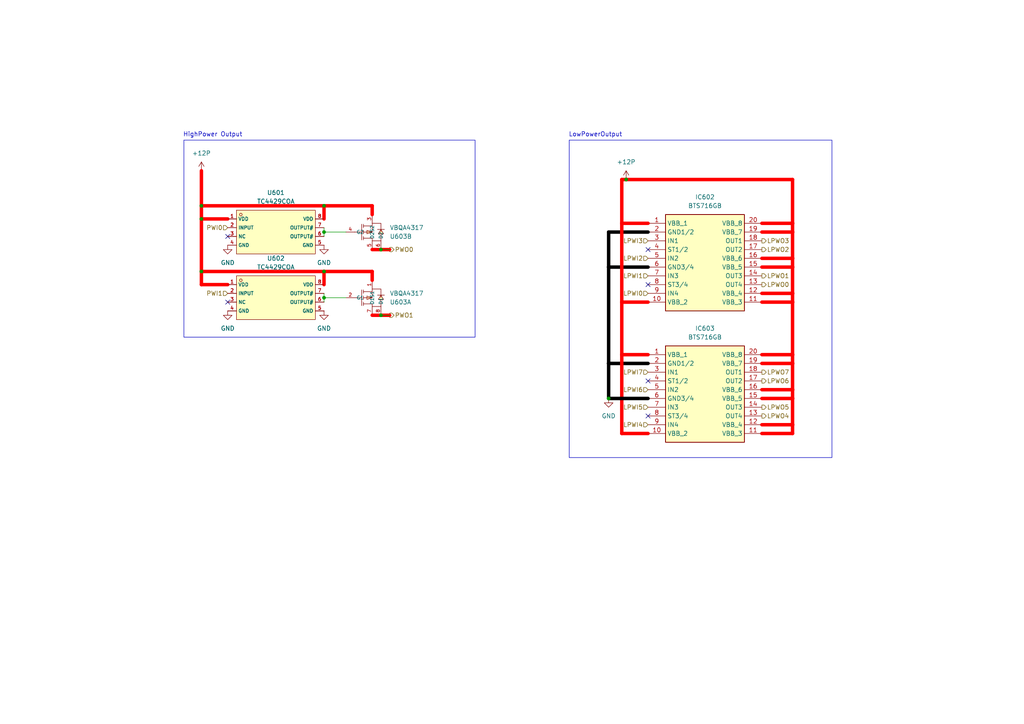
<source format=kicad_sch>
(kicad_sch (version 20231120) (generator "eeschema") (generator_version "8.0")
  (paper "A4")
  (lib_symbols
    (symbol "BTS716GB:BTS716GB"
      (property "Reference" "IC" (at 29.21 7.62 0))
      (property "Value" "BTS716GB" (at 29.21 5.08 0))
      (symbol "BTS716GB_1_1"
        (rectangle (start 5.08 2.54) (end 27.94 -25.4) (stroke (width 0.254)) (fill (type background)))
        (pin passive line (at 0 0 0) (length 5.08) (name "VBB_1") (number "1"))
        (pin passive line (at 0 -22.86 0) (length 5.08) (name "VBB_2") (number "10"))
        (pin passive line (at 33.02 -22.86 180) (length 5.08) (name "VBB_3") (number "11"))
        (pin passive line (at 33.02 -20.32 180) (length 5.08) (name "VBB_4") (number "12"))
        (pin passive line (at 33.02 -17.78 180) (length 5.08) (name "OUT4") (number "13"))
        (pin passive line (at 33.02 -15.24 180) (length 5.08) (name "OUT3") (number "14"))
        (pin passive line (at 33.02 -12.7 180) (length 5.08) (name "VBB_5") (number "15"))
        (pin passive line (at 33.02 -10.16 180) (length 5.08) (name "VBB_6") (number "16"))
        (pin passive line (at 33.02 -7.62 180) (length 5.08) (name "OUT2") (number "17"))
        (pin passive line (at 33.02 -5.08 180) (length 5.08) (name "OUT1") (number "18"))
        (pin passive line (at 33.02 -2.54 180) (length 5.08) (name "VBB_7") (number "19"))
        (pin passive line (at 0 -2.54 0) (length 5.08) (name "GND1/2") (number "2"))
        (pin passive line (at 33.02 0 180) (length 5.08) (name "VBB_8") (number "20"))
        (pin passive line (at 0 -5.08 0) (length 5.08) (name "IN1") (number "3"))
        (pin passive line (at 0 -7.62 0) (length 5.08) (name "ST1/2") (number "4"))
        (pin passive line (at 0 -10.16 0) (length 5.08) (name "IN2") (number "5"))
        (pin passive line (at 0 -12.7 0) (length 5.08) (name "GND3/4") (number "6"))
        (pin passive line (at 0 -15.24 0) (length 5.08) (name "IN3") (number "7"))
        (pin passive line (at 0 -17.78 0) (length 5.08) (name "ST3/4") (number "8"))
        (pin passive line (at 0 -20.32 0) (length 5.08) (name "IN4") (number "9"))
      )
    )
    (symbol "TC4429COA:TC4429COA"
      (property "Reference" "U" (at 0 1.27 0))
      (property "Value" "TC4429COA" (at 0 -2.54 0))
      (symbol "TC4429COA_0_1"
        (rectangle (start -11.43 6.35) (end 11.43 -6.35) (fill (type background)))
        (circle (center -10.16 5.08) (radius 0.381) (fill (type background)))
        (pin unspecified line (at -13.97 3.81 0) (length 2.54) (name "VDD") (number "1"))
        (pin unspecified line (at -13.97 1.27 0) (length 2.54) (name "INPUT") (number "2"))
        (pin unspecified line (at -13.97 -1.27 0) (length 2.54) (name "NC") (number "3"))
        (pin unspecified line (at -13.97 -3.81 0) (length 2.54) (name "GND") (number "4"))
        (pin unspecified line (at 13.97 -3.81 180) (length 2.54) (name "GND") (number "5"))
        (pin unspecified line (at 13.97 -1.27 180) (length 2.54) (name "OUTPUT#") (number "6"))
        (pin unspecified line (at 13.97 1.27 180) (length 2.54) (name "OUTPUT#") (number "7"))
        (pin unspecified line (at 13.97 3.81 180) (length 2.54) (name "VDD") (number "8"))
      )
    )
    (symbol "VBQA4317:VBQA4317"
      (property "Reference" "U" (at 0 1.27 0))
      (property "Value" "VBQA4317" (at 0 -2.54 0))
      (symbol "VBQA4317_1_1"
        (polyline (pts (xy -5.08 0) (xy -3.048 0)))
        (polyline (pts (xy -3.048 2.286) (xy -3.048 -2.286)))
        (polyline (pts (xy -2.54 -2.286) (xy -2.54 -1.27)))
        (polyline (pts (xy -2.54 -0.508) (xy -2.54 0.508)))
        (polyline (pts (xy -2.54 2.286) (xy -2.54 1.27)))
        (polyline (pts (xy 0 -1.778) (xy -2.54 -1.778)))
        (polyline (pts (xy 0 0) (xy -1.524 0.508) (xy -1.524 -0.508) (xy 0 0)) (fill (type background)))
        (polyline (pts (xy 2.54 -0.762) (xy 1.778 0.508) (xy 3.302 0.508) (xy 2.54 -0.762)) (fill (type background)))
        (polyline (pts (xy 3.556 -0.762) (xy 3.048 -0.762) (xy 2.032 -0.762) (xy 1.524 -0.762)))
        (polyline (pts (xy -2.54 0) (xy 0 0) (xy 0 -2.54) (xy 2.54 -2.54) (xy 2.54 0)))
        (polyline (pts (xy -2.54 1.778) (xy 0 1.778) (xy 0 2.54) (xy 2.54 2.54) (xy 2.54 2.54) (xy 2.54 2.54) (xy 2.54 0.508)))
        (pin unspecified line (at 0 -5.08 90) (length 2.54) (name "S1") (number "1"))
        (pin unspecified line (at -7.62 0 0) (length 2.54) (name "G1") (number "2"))
        (pin unspecified line (at 0 5.08 270) (length 2.54) (name "D1") (number "7"))
        (pin unspecified line (at 2.54 5.08 270) (length 2.54) (name "D1") (number "8"))
      )
      (symbol "VBQA4317_2_1"
        (polyline (pts (xy -5.08 0) (xy -3.048 0)))
        (polyline (pts (xy -3.048 2.286) (xy -3.048 -2.286)))
        (polyline (pts (xy -2.54 -2.286) (xy -2.54 -1.27)))
        (polyline (pts (xy -2.54 -0.508) (xy -2.54 0.508)))
        (polyline (pts (xy -2.54 2.286) (xy -2.54 1.27)))
        (polyline (pts (xy 0 -1.778) (xy -2.54 -1.778)))
        (polyline (pts (xy 0 0) (xy -1.524 0.508) (xy -1.524 -0.508) (xy 0 0)) (fill (type background)))
        (polyline (pts (xy 2.54 -0.762) (xy 1.778 0.508) (xy 3.302 0.508) (xy 2.54 -0.762)) (fill (type background)))
        (polyline (pts (xy 3.556 -0.762) (xy 3.048 -0.762) (xy 2.032 -0.762) (xy 1.524 -0.762)))
        (polyline (pts (xy -2.54 0) (xy 0 0) (xy 0 -2.54) (xy 2.54 -2.54) (xy 2.54 0)))
        (polyline (pts (xy -2.54 1.778) (xy 0 1.778) (xy 0 2.54) (xy 2.54 2.54) (xy 2.54 2.54) (xy 2.54 0.508)))
        (pin unspecified line (at 0 -5.08 90) (length 2.54) (name "S2") (number "3"))
        (pin unspecified line (at -7.62 0 0) (length 2.54) (name "G2") (number "4"))
        (pin unspecified line (at 0 5.08 270) (length 2.54) (name "D2") (number "5"))
        (pin unspecified line (at 2.54 5.08 270) (length 2.54) (name "D2") (number "6"))
      )
    )
    (symbol "power:+12P" (power) (pin_numbers hide) (pin_names (offset 0) hide)
      (property "Value" "+12P" (at 0 3.556 0))
      (symbol "+12P_0_1"
        (polyline (pts (xy -0.762 1.27) (xy 0 2.54)))
        (polyline (pts (xy 0 0) (xy 0 2.54)))
        (polyline (pts (xy 0 2.54) (xy 0.762 1.27)))
      )
      (symbol "+12P_1_1"
        (pin power_in line (at 0 0 90) (length 0) (name "~") (number "1"))
      )
    )
    (symbol "power:GND" (power) (pin_numbers hide) (pin_names (offset 0) hide)
      (property "Value" "GND" (at 0 -3.81 0))
      (symbol "GND_0_1"
        (polyline (pts (xy 0 0) (xy 0 -1.27) (xy 1.27 -1.27) (xy 0 -2.54) (xy -1.27 -1.27) (xy 0 -1.27)))
      )
      (symbol "GND_1_1"
        (pin power_in line (at 0 0 270) (length 0) (name "~") (number "1"))
      )
    )
  )
  (junction (at 58.42 63.5))
  (junction (at 93.98 78.74))
  (junction (at 229.87 123.19) (color 255 0 0 1))
  (junction (at 176.53 105.41) (color 0 0 0 1))
  (junction (at 58.42 59.69))
  (junction (at 229.87 115.57) (color 255 0 0 1))
  (junction (at 110.49 91.44))
  (junction (at 93.98 59.69))
  (junction (at 93.98 86.36))
  (junction (at 181.61 52.07))
  (junction (at 180.34 102.87) (color 255 0 0 1))
  (junction (at 180.34 64.77) (color 255 0 0 1))
  (junction (at 229.87 85.09) (color 255 0 0 1))
  (junction (at 229.87 74.93) (color 255 0 0 1))
  (junction (at 110.49 72.39))
  (junction (at 176.53 115.57))
  (junction (at 229.87 102.87) (color 255 0 0 1))
  (junction (at 229.87 113.03) (color 255 0 0 1))
  (junction (at 93.98 67.31))
  (junction (at 229.87 77.47) (color 255 0 0 1))
  (junction (at 229.87 87.63) (color 255 0 0 1))
  (junction (at 180.34 87.63) (color 255 0 0 1))
  (junction (at 229.87 105.41) (color 255 0 0 1))
  (junction (at 229.87 64.77) (color 255 0 0 1))
  (junction (at 229.87 67.31) (color 255 0 0 1))
  (junction (at 176.53 77.47) (color 0 0 0 1))
  (junction (at 58.42 78.74))
  (no_connect (at 66.04 87.63))
  (no_connect (at 187.96 120.65))
  (no_connect (at 187.96 82.55))
  (no_connect (at 66.04 68.58))
  (no_connect (at 187.96 110.49))
  (no_connect (at 187.96 72.39))
  (wire (pts (xy 176.53 105.41) (xy 187.96 105.41)) (stroke (width 1) (color 0 0 0 1)))
  (wire (pts (xy 113.03 91.44) (xy 110.49 91.44)))
  (wire (pts (xy 58.42 59.69) (xy 93.98 59.69)) (stroke (width 1) (color 255 0 0 1)))
  (wire (pts (xy 220.98 87.63) (xy 229.87 87.63)) (stroke (width 1) (color 255 0 0 1)))
  (wire (pts (xy 58.42 63.5) (xy 66.04 63.5)) (stroke (width 1) (color 255 0 0 1)))
  (wire (pts (xy 176.53 77.47) (xy 187.96 77.47)) (stroke (width 1) (color 0 0 0 1)))
  (wire (pts (xy 176.53 77.47) (xy 176.53 105.41)) (stroke (width 1) (color 0 0 0 1)))
  (wire (pts (xy 180.34 102.87) (xy 180.34 125.73)) (stroke (width 1) (color 255 0 0 1)))
  (wire (pts (xy 180.34 52.07) (xy 181.61 52.07)) (stroke (width 1) (color 255 0 0 1)))
  (wire (pts (xy 58.42 59.69) (xy 58.42 63.5)) (stroke (width 1) (color 255 0 0 1)))
  (wire (pts (xy 229.87 115.57) (xy 229.87 123.19)) (stroke (width 1) (color 255 0 0 1)))
  (wire (pts (xy 93.98 86.36) (xy 93.98 87.63)))
  (wire (pts (xy 180.34 87.63) (xy 187.96 87.63)) (stroke (width 1) (color 255 0 0 1)))
  (wire (pts (xy 180.34 102.87) (xy 187.96 102.87)) (stroke (width 1) (color 255 0 0 1)))
  (wire (pts (xy 229.87 77.47) (xy 229.87 85.09)) (stroke (width 1) (color 255 0 0 1)))
  (wire (pts (xy 93.98 86.36) (xy 93.98 85.09)))
  (wire (pts (xy 220.98 74.93) (xy 229.87 74.93)) (stroke (width 1) (color 255 0 0 1)))
  (wire (pts (xy 220.98 115.57) (xy 229.87 115.57)) (stroke (width 1) (color 255 0 0 1)))
  (wire (pts (xy 181.61 52.07) (xy 229.87 52.07)) (stroke (width 1) (color 255 0 0 1)))
  (wire (pts (xy 110.49 91.44) (xy 113.03 91.44)) (stroke (width 1) (color 255 0 0 1)))
  (wire (pts (xy 93.98 59.69) (xy 93.98 63.5)) (stroke (width 1) (color 255 0 0 1)))
  (wire (pts (xy 220.98 64.77) (xy 229.87 64.77)) (stroke (width 1) (color 255 0 0 1)))
  (wire (pts (xy 229.87 87.63) (xy 229.87 102.87)) (stroke (width 1) (color 255 0 0 1)))
  (wire (pts (xy 229.87 67.31) (xy 229.87 74.93)) (stroke (width 1) (color 255 0 0 1)))
  (wire (pts (xy 113.03 72.39) (xy 110.49 72.39)))
  (wire (pts (xy 220.98 123.19) (xy 229.87 123.19)) (stroke (width 1) (color 255 0 0 1)))
  (wire (pts (xy 58.42 63.5) (xy 58.42 78.74)) (stroke (width 1) (color 255 0 0 1)))
  (wire (pts (xy 229.87 74.93) (xy 229.87 77.47)) (stroke (width 1) (color 255 0 0 1)))
  (wire (pts (xy 187.96 125.73) (xy 180.34 125.73)) (stroke (width 1) (color 255 0 0 1)))
  (wire (pts (xy 93.98 66.04) (xy 93.98 67.31)))
  (wire (pts (xy 220.98 113.03) (xy 229.87 113.03)) (stroke (width 1) (color 255 0 0 1)))
  (wire (pts (xy 176.53 115.57) (xy 187.96 115.57)) (stroke (width 1) (color 0 0 0 1)))
  (wire (pts (xy 220.98 105.41) (xy 229.87 105.41)) (stroke (width 1) (color 255 0 0 1)))
  (wire (pts (xy 58.42 82.55) (xy 66.04 82.55)) (stroke (width 1) (color 255 0 0 1)))
  (wire (pts (xy 93.98 67.31) (xy 100.33 67.31)))
  (wire (pts (xy 229.87 85.09) (xy 229.87 87.63)) (stroke (width 1) (color 255 0 0 1)))
  (wire (pts (xy 180.34 52.07) (xy 180.34 64.77)) (stroke (width 1) (color 255 0 0 1)))
  (wire (pts (xy 180.34 87.63) (xy 180.34 64.77)) (stroke (width 1) (color 255 0 0 1)))
  (wire (pts (xy 229.87 113.03) (xy 229.87 115.57)) (stroke (width 1) (color 255 0 0 1)))
  (wire (pts (xy 220.98 77.47) (xy 229.87 77.47)) (stroke (width 1) (color 255 0 0 1)))
  (wire (pts (xy 187.96 67.31) (xy 176.53 67.31)) (stroke (width 1) (color 0 0 0 1)))
  (wire (pts (xy 58.42 78.74) (xy 58.42 82.55)) (stroke (width 1) (color 255 0 0 1)))
  (wire (pts (xy 229.87 64.77) (xy 229.87 67.31)) (stroke (width 1) (color 255 0 0 1)))
  (wire (pts (xy 58.42 49.53) (xy 58.42 59.69)) (stroke (width 1) (color 255 0 0 1)))
  (wire (pts (xy 229.87 105.41) (xy 229.87 113.03)) (stroke (width 1) (color 255 0 0 1)))
  (wire (pts (xy 107.95 91.44) (xy 110.49 91.44)) (stroke (width 1) (color 255 0 0 1)))
  (wire (pts (xy 93.98 78.74) (xy 107.95 78.74)) (stroke (width 1) (color 255 0 0 1)))
  (wire (pts (xy 229.87 123.19) (xy 229.87 125.73)) (stroke (width 1) (color 255 0 0 1)))
  (wire (pts (xy 229.87 102.87) (xy 229.87 105.41)) (stroke (width 1) (color 255 0 0 1)))
  (wire (pts (xy 58.42 78.74) (xy 93.98 78.74)) (stroke (width 1) (color 255 0 0 1)))
  (wire (pts (xy 93.98 59.69) (xy 107.95 59.69)) (stroke (width 1) (color 255 0 0 1)))
  (wire (pts (xy 229.87 52.07) (xy 229.87 64.77)) (stroke (width 1) (color 255 0 0 1)))
  (wire (pts (xy 220.98 67.31) (xy 229.87 67.31)) (stroke (width 1) (color 255 0 0 1)))
  (wire (pts (xy 107.95 59.69) (xy 107.95 62.23)) (stroke (width 1) (color 255 0 0 1)))
  (wire (pts (xy 220.98 102.87) (xy 229.87 102.87)) (stroke (width 1) (color 255 0 0 1)))
  (wire (pts (xy 176.53 67.31) (xy 176.53 77.47)) (stroke (width 1) (color 0 0 0 1)))
  (wire (pts (xy 107.95 72.39) (xy 110.49 72.39)) (stroke (width 1) (color 255 0 0 1)))
  (wire (pts (xy 180.34 64.77) (xy 187.96 64.77)) (stroke (width 1) (color 255 0 0 1)))
  (wire (pts (xy 229.87 125.73) (xy 220.98 125.73)) (stroke (width 1) (color 255 0 0 1)))
  (wire (pts (xy 220.98 85.09) (xy 229.87 85.09)) (stroke (width 1) (color 255 0 0 1)))
  (wire (pts (xy 93.98 78.74) (xy 93.98 82.55)) (stroke (width 1) (color 255 0 0 1)))
  (wire (pts (xy 100.33 86.36) (xy 93.98 86.36)))
  (wire (pts (xy 110.49 72.39) (xy 113.03 72.39)) (stroke (width 1) (color 255 0 0 1)))
  (wire (pts (xy 93.98 67.31) (xy 93.98 68.58)))
  (wire (pts (xy 176.53 105.41) (xy 176.53 115.57)) (stroke (width 1) (color 0 0 0 1)))
  (wire (pts (xy 107.95 78.74) (xy 107.95 81.28)) (stroke (width 1) (color 255 0 0 1)))
  (wire (pts (xy 180.34 87.63) (xy 180.34 102.87)) (stroke (width 1) (color 255 0 0 1)))
  (rectangle (start 165.1 40.64) (end 241.3 132.715))
  (rectangle (start 53.34 40.64) (end 137.795 97.79))
  (text "HighPower Output\n" (at 61.722 39.116 0) (effects (font (size 1.27 1.27))))
  (text "LowPowerOutput\n" (at 172.72 39.116 0) (effects (font (size 1.27 1.27))))
  (hierarchical_label "LPWO1" (shape output) (at 220.98 80.01 0))
  (hierarchical_label "LPWO4" (shape output) (at 220.98 120.65 0))
  (hierarchical_label "LPWI1" (shape input) (at 187.96 80.01 180))
  (hierarchical_label "LPWO6" (shape output) (at 220.98 110.49 0))
  (hierarchical_label "LPWO5" (shape output) (at 220.98 118.11 0))
  (hierarchical_label "PWI1" (shape input) (at 66.04 85.09 180))
  (hierarchical_label "LPWO2" (shape output) (at 220.98 72.39 0))
  (hierarchical_label "LPWI0" (shape input) (at 187.96 85.09 180))
  (hierarchical_label "LPWO7" (shape output) (at 220.98 107.95 0))
  (hierarchical_label "LPWI3" (shape input) (at 187.96 69.85 180))
  (hierarchical_label "PWI0" (shape input) (at 66.04 66.04 180))
  (hierarchical_label "LPWO3" (shape output) (at 220.98 69.85 0))
  (hierarchical_label "LPWI4" (shape input) (at 187.96 123.19 180))
  (hierarchical_label "PWO1" (shape output) (at 113.03 91.44 0))
  (hierarchical_label "LPWI5" (shape input) (at 187.96 118.11 180))
  (hierarchical_label "LPWO0" (shape output) (at 220.98 82.55 0))
  (hierarchical_label "LPWI2" (shape input) (at 187.96 74.93 180))
  (hierarchical_label "PWO0" (shape output) (at 113.03 72.39 0))
  (hierarchical_label "LPWI7" (shape input) (at 187.96 107.95 180))
  (hierarchical_label "LPWI6" (shape input) (at 187.96 113.03 180))
  (symbol (lib_id "power:GND") (at 66.04 71.12 0) (unit 1)
    (property "Reference" "#PWR0607" (effects (hide yes)))
    (property "Value" "GND" (at 66.04 76.2 0))
    (property "Description" "Power symbol creates a global label with name \"GND\" , ground" (effects (hide yes)))
  )
  (symbol (lib_id "power:GND") (at 93.98 90.17 0) (unit 1)
    (property "Reference" "#PWR0603" (effects (hide yes)))
    (property "Value" "GND" (at 93.98 95.25 0))
    (property "Description" "Power symbol creates a global label with name \"GND\" , ground" (effects (hide yes)))
  )
  (symbol (lib_id "BTS716GB:BTS716GB") (at 187.96 102.87 0) (unit 1)
    (property "Reference" "IC603" (at 204.47 95.25 0))
    (property "Value" "BTS716GB" (at 204.47 97.79 0))
    (property "Footprint" "SOIC127P1030X265-20N" (effects (hide yes)))
    (property "Datasheet" "https://componentsearchengine.com/Datasheets/2/BTS716GB.pdf" (effects (hide yes)))
    (property "Description" "Power Switch ICs - Power Distribution SMART HI SIDE PWR SWITCH INDUSTRY APP" (effects (hide yes)))
    (property "Height" "2.65" (effects (hide yes)))
    (property "Mouser Part Number" "726-BTS716GB" (effects (hide yes)))
    (property "Mouser Price/Stock" "https://www.mouser.co.uk/ProductDetail/Infineon-Technologies/BTS716GB?qs=MGskQgfwDzvlPVLfTLv72w%3D%3D" (effects (hide yes)))
    (property "Manufacturer_Name" "Infineon" (effects (hide yes)))
    (property "Manufacturer_Part_Number" "BTS716GB" (effects (hide yes)))
  )
  (symbol (lib_id "power:GND") (at 93.98 71.12 0) (unit 1)
    (property "Reference" "#PWR0605" (effects (hide yes)))
    (property "Value" "GND" (at 93.98 76.2 0))
    (property "Description" "Power symbol creates a global label with name \"GND\" , ground" (effects (hide yes)))
  )
  (symbol (lib_id "power:GND") (at 176.53 115.57 0) (unit 1)
    (property "Reference" "#PWR0604" (effects (hide yes)))
    (property "Value" "GND" (at 176.53 120.65 0))
    (property "Description" "Power symbol creates a global label with name \"GND\" , ground" (effects (hide yes)))
  )
  (symbol (lib_id "BTS716GB:BTS716GB") (at 187.96 64.77 0) (unit 1)
    (property "Reference" "IC602" (at 204.47 57.15 0))
    (property "Value" "BTS716GB" (at 204.47 59.69 0))
    (property "Footprint" "SOIC127P1030X265-20N" (effects (hide yes)))
    (property "Datasheet" "https://componentsearchengine.com/Datasheets/2/BTS716GB.pdf" (effects (hide yes)))
    (property "Description" "Power Switch ICs - Power Distribution SMART HI SIDE PWR SWITCH INDUSTRY APP" (effects (hide yes)))
    (property "Height" "2.65" (effects (hide yes)))
    (property "Mouser Part Number" "726-BTS716GB" (effects (hide yes)))
    (property "Mouser Price/Stock" "https://www.mouser.co.uk/ProductDetail/Infineon-Technologies/BTS716GB?qs=MGskQgfwDzvlPVLfTLv72w%3D%3D" (effects (hide yes)))
    (property "Manufacturer_Name" "Infineon" (effects (hide yes)))
    (property "Manufacturer_Part_Number" "BTS716GB" (effects (hide yes)))
  )
  (symbol (lib_id "power:+12P") (at 181.61 52.07 0) (unit 1)
    (property "Reference" "#PWR0601" (effects (hide yes)))
    (property "Value" "+12P" (at 181.61 46.99 0))
    (property "Description" "Power symbol creates a global label with name \"+12P\"" (effects (hide yes)))
  )
  (symbol (lib_id "VBQA4317:VBQA4317") (at 107.95 67.31 0) (mirror x) (unit 2)
    (property "Reference" "U603" (at 113.03 68.5801 0) (effects (justify left)))
    (property "Value" "VBQA4317" (at 113.03 66.0401 0) (effects (justify left)))
    (property "Footprint" "footprint:PDFN-8_L5.9-W5.2-P1.27-LS6.2-BL-1" (effects (hide yes)))
    (property "Datasheet" "https://atta.szlcsc.com/upload/public/pdf/source/20220425/2A717F4376FBA16C052C89E8C32EFFA5.pdf" (effects (hide yes)))
    (property "LCSC" "C7541192" (effects (hide yes)))
  )
  (symbol (lib_id "VBQA4317:VBQA4317") (at 107.95 86.36 0) (mirror x) (unit 1)
    (property "Reference" "U603" (at 113.03 87.6301 0) (effects (justify left)))
    (property "Value" "VBQA4317" (at 113.03 85.0901 0) (effects (justify left)))
    (property "Footprint" "footprint:PDFN-8_L5.9-W5.2-P1.27-LS6.2-BL-1" (effects (hide yes)))
    (property "Datasheet" "https://atta.szlcsc.com/upload/public/pdf/source/20220425/2A717F4376FBA16C052C89E8C32EFFA5.pdf" (effects (hide yes)))
    (property "LCSC" "C7541192" (effects (hide yes)))
  )
  (symbol (lib_id "TC4429COA:TC4429COA") (at 80.01 86.36 0) (unit 1)
    (property "Reference" "U602" (at 80.01 74.93 0))
    (property "Value" "TC4429COA" (at 80.01 77.47 0))
    (property "Footprint" "footprint:SOIC-8_L4.9-W3.9-P1.27-LS6.0-BL" (effects (hide yes)))
    (property "Datasheet" "https://so.szlcsc.com/global.html?c=&k=C9843" (effects (hide yes)))
    (property "LCSC" "C636901" (effects (hide yes)))
  )
  (symbol (lib_id "power:GND") (at 66.04 90.17 0) (unit 1)
    (property "Reference" "#PWR0608" (effects (hide yes)))
    (property "Value" "GND" (at 66.04 95.25 0))
    (property "Description" "Power symbol creates a global label with name \"GND\" , ground" (effects (hide yes)))
  )
  (symbol (lib_id "TC4429COA:TC4429COA") (at 80.01 67.31 0) (unit 1)
    (property "Reference" "U601" (at 80.01 55.88 0))
    (property "Value" "TC4429COA" (at 80.01 58.42 0))
    (property "Footprint" "footprint:SOIC-8_L4.9-W3.9-P1.27-LS6.0-BL" (effects (hide yes)))
    (property "Datasheet" "https://so.szlcsc.com/global.html?c=&k=C9843" (effects (hide yes)))
    (property "LCSC" "C636901" (effects (hide yes)))
  )
  (symbol (lib_id "power:+12P") (at 58.42 49.53 0) (unit 1)
    (property "Reference" "#PWR0602" (effects (hide yes)))
    (property "Value" "+12P" (at 58.42 44.45 0))
    (property "Description" "Power symbol creates a global label with name \"+12P\"" (effects (hide yes)))
  )
)
</source>
